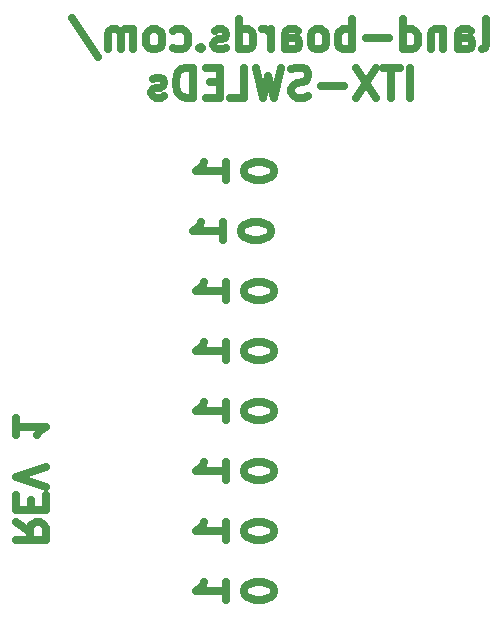
<source format=gbo>
G04 #@! TF.GenerationSoftware,KiCad,Pcbnew,(6.0.1)*
G04 #@! TF.CreationDate,2022-08-31T10:29:55-04:00*
G04 #@! TF.ProjectId,ITX-SWLEDs,4954582d-5357-44c4-9544-732e6b696361,1*
G04 #@! TF.SameCoordinates,Original*
G04 #@! TF.FileFunction,Legend,Bot*
G04 #@! TF.FilePolarity,Positive*
%FSLAX46Y46*%
G04 Gerber Fmt 4.6, Leading zero omitted, Abs format (unit mm)*
G04 Created by KiCad (PCBNEW (6.0.1)) date 2022-08-31 10:29:55*
%MOMM*%
%LPD*%
G01*
G04 APERTURE LIST*
%ADD10C,0.635000*%
G04 APERTURE END LIST*
D10*
X122294347Y-96229714D02*
X122294347Y-94778285D01*
X122294347Y-95504000D02*
X119754347Y-95504000D01*
X120117204Y-95262095D01*
X120359109Y-95020190D01*
X120480061Y-94778285D01*
X123843747Y-95383047D02*
X123843747Y-95624952D01*
X123964700Y-95866857D01*
X124085652Y-95987809D01*
X124327557Y-96108761D01*
X124811366Y-96229714D01*
X125416128Y-96229714D01*
X125899938Y-96108761D01*
X126141842Y-95987809D01*
X126262795Y-95866857D01*
X126383747Y-95624952D01*
X126383747Y-95383047D01*
X126262795Y-95141142D01*
X126141842Y-95020190D01*
X125899938Y-94899238D01*
X125416128Y-94778285D01*
X124811366Y-94778285D01*
X124327557Y-94899238D01*
X124085652Y-95020190D01*
X123964700Y-95141142D01*
X123843747Y-95383047D01*
X104514952Y-94787571D02*
X105724476Y-95634238D01*
X104514952Y-96239000D02*
X107054952Y-96239000D01*
X107054952Y-95271380D01*
X106934000Y-95029476D01*
X106813047Y-94908523D01*
X106571142Y-94787571D01*
X106208285Y-94787571D01*
X105966380Y-94908523D01*
X105845428Y-95029476D01*
X105724476Y-95271380D01*
X105724476Y-96239000D01*
X105845428Y-93699000D02*
X105845428Y-92852333D01*
X104514952Y-92489476D02*
X104514952Y-93699000D01*
X107054952Y-93699000D01*
X107054952Y-92489476D01*
X107054952Y-91763761D02*
X104514952Y-90917095D01*
X107054952Y-90070428D01*
X104514952Y-85958047D02*
X104514952Y-87409476D01*
X104514952Y-86683761D02*
X107054952Y-86683761D01*
X106692095Y-86925666D01*
X106450190Y-87167571D01*
X106329238Y-87409476D01*
X122294347Y-91149714D02*
X122294347Y-89698285D01*
X122294347Y-90424000D02*
X119754347Y-90424000D01*
X120117204Y-90182095D01*
X120359109Y-89940190D01*
X120480061Y-89698285D01*
X123843747Y-90303047D02*
X123843747Y-90544952D01*
X123964700Y-90786857D01*
X124085652Y-90907809D01*
X124327557Y-91028761D01*
X124811366Y-91149714D01*
X125416128Y-91149714D01*
X125899938Y-91028761D01*
X126141842Y-90907809D01*
X126262795Y-90786857D01*
X126383747Y-90544952D01*
X126383747Y-90303047D01*
X126262795Y-90061142D01*
X126141842Y-89940190D01*
X125899938Y-89819238D01*
X125416128Y-89698285D01*
X124811366Y-89698285D01*
X124327557Y-89819238D01*
X124085652Y-89940190D01*
X123964700Y-90061142D01*
X123843747Y-90303047D01*
X122294347Y-65749714D02*
X122294347Y-64298285D01*
X122294347Y-65024000D02*
X119754347Y-65024000D01*
X120117204Y-64782095D01*
X120359109Y-64540190D01*
X120480061Y-64298285D01*
X123843747Y-64903047D02*
X123843747Y-65144952D01*
X123964700Y-65386857D01*
X124085652Y-65507809D01*
X124327557Y-65628761D01*
X124811366Y-65749714D01*
X125416128Y-65749714D01*
X125899938Y-65628761D01*
X126141842Y-65507809D01*
X126262795Y-65386857D01*
X126383747Y-65144952D01*
X126383747Y-64903047D01*
X126262795Y-64661142D01*
X126141842Y-64540190D01*
X125899938Y-64419238D01*
X125416128Y-64298285D01*
X124811366Y-64298285D01*
X124327557Y-64419238D01*
X124085652Y-64540190D01*
X123964700Y-64661142D01*
X123843747Y-64903047D01*
X122294347Y-86069714D02*
X122294347Y-84618285D01*
X122294347Y-85344000D02*
X119754347Y-85344000D01*
X120117204Y-85102095D01*
X120359109Y-84860190D01*
X120480061Y-84618285D01*
X123843747Y-85223047D02*
X123843747Y-85464952D01*
X123964700Y-85706857D01*
X124085652Y-85827809D01*
X124327557Y-85948761D01*
X124811366Y-86069714D01*
X125416128Y-86069714D01*
X125899938Y-85948761D01*
X126141842Y-85827809D01*
X126262795Y-85706857D01*
X126383747Y-85464952D01*
X126383747Y-85223047D01*
X126262795Y-84981142D01*
X126141842Y-84860190D01*
X125899938Y-84739238D01*
X125416128Y-84618285D01*
X124811366Y-84618285D01*
X124327557Y-84739238D01*
X124085652Y-84860190D01*
X123964700Y-84981142D01*
X123843747Y-85223047D01*
X122294347Y-101309714D02*
X122294347Y-99858285D01*
X122294347Y-100584000D02*
X119754347Y-100584000D01*
X120117204Y-100342095D01*
X120359109Y-100100190D01*
X120480061Y-99858285D01*
X123843747Y-100463047D02*
X123843747Y-100704952D01*
X123964700Y-100946857D01*
X124085652Y-101067809D01*
X124327557Y-101188761D01*
X124811366Y-101309714D01*
X125416128Y-101309714D01*
X125899938Y-101188761D01*
X126141842Y-101067809D01*
X126262795Y-100946857D01*
X126383747Y-100704952D01*
X126383747Y-100463047D01*
X126262795Y-100221142D01*
X126141842Y-100100190D01*
X125899938Y-99979238D01*
X125416128Y-99858285D01*
X124811366Y-99858285D01*
X124327557Y-99979238D01*
X124085652Y-100100190D01*
X123964700Y-100221142D01*
X123843747Y-100463047D01*
X122294347Y-80989714D02*
X122294347Y-79538285D01*
X122294347Y-80264000D02*
X119754347Y-80264000D01*
X120117204Y-80022095D01*
X120359109Y-79780190D01*
X120480061Y-79538285D01*
X123843747Y-80143047D02*
X123843747Y-80384952D01*
X123964700Y-80626857D01*
X124085652Y-80747809D01*
X124327557Y-80868761D01*
X124811366Y-80989714D01*
X125416128Y-80989714D01*
X125899938Y-80868761D01*
X126141842Y-80747809D01*
X126262795Y-80626857D01*
X126383747Y-80384952D01*
X126383747Y-80143047D01*
X126262795Y-79901142D01*
X126141842Y-79780190D01*
X125899938Y-79659238D01*
X125416128Y-79538285D01*
X124811366Y-79538285D01*
X124327557Y-79659238D01*
X124085652Y-79780190D01*
X123964700Y-79901142D01*
X123843747Y-80143047D01*
X122294347Y-75909714D02*
X122294347Y-74458285D01*
X122294347Y-75184000D02*
X119754347Y-75184000D01*
X120117204Y-74942095D01*
X120359109Y-74700190D01*
X120480061Y-74458285D01*
X123843747Y-75063047D02*
X123843747Y-75304952D01*
X123964700Y-75546857D01*
X124085652Y-75667809D01*
X124327557Y-75788761D01*
X124811366Y-75909714D01*
X125416128Y-75909714D01*
X125899938Y-75788761D01*
X126141842Y-75667809D01*
X126262795Y-75546857D01*
X126383747Y-75304952D01*
X126383747Y-75063047D01*
X126262795Y-74821142D01*
X126141842Y-74700190D01*
X125899938Y-74579238D01*
X125416128Y-74458285D01*
X124811366Y-74458285D01*
X124327557Y-74579238D01*
X124085652Y-74700190D01*
X123964700Y-74821142D01*
X123843747Y-75063047D01*
X122040347Y-70829714D02*
X122040347Y-69378285D01*
X122040347Y-70104000D02*
X119500347Y-70104000D01*
X119863204Y-69862095D01*
X120105109Y-69620190D01*
X120226061Y-69378285D01*
X123589747Y-69983047D02*
X123589747Y-70224952D01*
X123710700Y-70466857D01*
X123831652Y-70587809D01*
X124073557Y-70708761D01*
X124557366Y-70829714D01*
X125162128Y-70829714D01*
X125645938Y-70708761D01*
X125887842Y-70587809D01*
X126008795Y-70466857D01*
X126129747Y-70224952D01*
X126129747Y-69983047D01*
X126008795Y-69741142D01*
X125887842Y-69620190D01*
X125645938Y-69499238D01*
X125162128Y-69378285D01*
X124557366Y-69378285D01*
X124073557Y-69499238D01*
X123831652Y-69620190D01*
X123710700Y-69741142D01*
X123589747Y-69983047D01*
X143993809Y-54730347D02*
X144235714Y-54609395D01*
X144356666Y-54367490D01*
X144356666Y-52190347D01*
X141937619Y-54730347D02*
X141937619Y-53399871D01*
X142058571Y-53157966D01*
X142300476Y-53037014D01*
X142784285Y-53037014D01*
X143026190Y-53157966D01*
X141937619Y-54609395D02*
X142179523Y-54730347D01*
X142784285Y-54730347D01*
X143026190Y-54609395D01*
X143147142Y-54367490D01*
X143147142Y-54125585D01*
X143026190Y-53883680D01*
X142784285Y-53762728D01*
X142179523Y-53762728D01*
X141937619Y-53641776D01*
X140728095Y-53037014D02*
X140728095Y-54730347D01*
X140728095Y-53278919D02*
X140607142Y-53157966D01*
X140365238Y-53037014D01*
X140002380Y-53037014D01*
X139760476Y-53157966D01*
X139639523Y-53399871D01*
X139639523Y-54730347D01*
X137341428Y-54730347D02*
X137341428Y-52190347D01*
X137341428Y-54609395D02*
X137583333Y-54730347D01*
X138067142Y-54730347D01*
X138309047Y-54609395D01*
X138430000Y-54488442D01*
X138550952Y-54246538D01*
X138550952Y-53520823D01*
X138430000Y-53278919D01*
X138309047Y-53157966D01*
X138067142Y-53037014D01*
X137583333Y-53037014D01*
X137341428Y-53157966D01*
X136131904Y-53762728D02*
X134196666Y-53762728D01*
X132987142Y-54730347D02*
X132987142Y-52190347D01*
X132987142Y-53157966D02*
X132745238Y-53037014D01*
X132261428Y-53037014D01*
X132019523Y-53157966D01*
X131898571Y-53278919D01*
X131777619Y-53520823D01*
X131777619Y-54246538D01*
X131898571Y-54488442D01*
X132019523Y-54609395D01*
X132261428Y-54730347D01*
X132745238Y-54730347D01*
X132987142Y-54609395D01*
X130326190Y-54730347D02*
X130568095Y-54609395D01*
X130689047Y-54488442D01*
X130810000Y-54246538D01*
X130810000Y-53520823D01*
X130689047Y-53278919D01*
X130568095Y-53157966D01*
X130326190Y-53037014D01*
X129963333Y-53037014D01*
X129721428Y-53157966D01*
X129600476Y-53278919D01*
X129479523Y-53520823D01*
X129479523Y-54246538D01*
X129600476Y-54488442D01*
X129721428Y-54609395D01*
X129963333Y-54730347D01*
X130326190Y-54730347D01*
X127302380Y-54730347D02*
X127302380Y-53399871D01*
X127423333Y-53157966D01*
X127665238Y-53037014D01*
X128149047Y-53037014D01*
X128390952Y-53157966D01*
X127302380Y-54609395D02*
X127544285Y-54730347D01*
X128149047Y-54730347D01*
X128390952Y-54609395D01*
X128511904Y-54367490D01*
X128511904Y-54125585D01*
X128390952Y-53883680D01*
X128149047Y-53762728D01*
X127544285Y-53762728D01*
X127302380Y-53641776D01*
X126092857Y-54730347D02*
X126092857Y-53037014D01*
X126092857Y-53520823D02*
X125971904Y-53278919D01*
X125850952Y-53157966D01*
X125609047Y-53037014D01*
X125367142Y-53037014D01*
X123431904Y-54730347D02*
X123431904Y-52190347D01*
X123431904Y-54609395D02*
X123673809Y-54730347D01*
X124157619Y-54730347D01*
X124399523Y-54609395D01*
X124520476Y-54488442D01*
X124641428Y-54246538D01*
X124641428Y-53520823D01*
X124520476Y-53278919D01*
X124399523Y-53157966D01*
X124157619Y-53037014D01*
X123673809Y-53037014D01*
X123431904Y-53157966D01*
X122343333Y-54609395D02*
X122101428Y-54730347D01*
X121617619Y-54730347D01*
X121375714Y-54609395D01*
X121254761Y-54367490D01*
X121254761Y-54246538D01*
X121375714Y-54004633D01*
X121617619Y-53883680D01*
X121980476Y-53883680D01*
X122222380Y-53762728D01*
X122343333Y-53520823D01*
X122343333Y-53399871D01*
X122222380Y-53157966D01*
X121980476Y-53037014D01*
X121617619Y-53037014D01*
X121375714Y-53157966D01*
X120166190Y-54488442D02*
X120045238Y-54609395D01*
X120166190Y-54730347D01*
X120287142Y-54609395D01*
X120166190Y-54488442D01*
X120166190Y-54730347D01*
X117868095Y-54609395D02*
X118110000Y-54730347D01*
X118593809Y-54730347D01*
X118835714Y-54609395D01*
X118956666Y-54488442D01*
X119077619Y-54246538D01*
X119077619Y-53520823D01*
X118956666Y-53278919D01*
X118835714Y-53157966D01*
X118593809Y-53037014D01*
X118110000Y-53037014D01*
X117868095Y-53157966D01*
X116416666Y-54730347D02*
X116658571Y-54609395D01*
X116779523Y-54488442D01*
X116900476Y-54246538D01*
X116900476Y-53520823D01*
X116779523Y-53278919D01*
X116658571Y-53157966D01*
X116416666Y-53037014D01*
X116053809Y-53037014D01*
X115811904Y-53157966D01*
X115690952Y-53278919D01*
X115570000Y-53520823D01*
X115570000Y-54246538D01*
X115690952Y-54488442D01*
X115811904Y-54609395D01*
X116053809Y-54730347D01*
X116416666Y-54730347D01*
X114481428Y-54730347D02*
X114481428Y-53037014D01*
X114481428Y-53278919D02*
X114360476Y-53157966D01*
X114118571Y-53037014D01*
X113755714Y-53037014D01*
X113513809Y-53157966D01*
X113392857Y-53399871D01*
X113392857Y-54730347D01*
X113392857Y-53399871D02*
X113271904Y-53157966D01*
X113030000Y-53037014D01*
X112667142Y-53037014D01*
X112425238Y-53157966D01*
X112304285Y-53399871D01*
X112304285Y-54730347D01*
X109280476Y-52069395D02*
X111457619Y-55335109D01*
X137885714Y-58819747D02*
X137885714Y-56279747D01*
X137039047Y-56279747D02*
X135587619Y-56279747D01*
X136313333Y-58819747D02*
X136313333Y-56279747D01*
X134982857Y-56279747D02*
X133289523Y-58819747D01*
X133289523Y-56279747D02*
X134982857Y-58819747D01*
X132321904Y-57852128D02*
X130386666Y-57852128D01*
X129298095Y-58698795D02*
X128935238Y-58819747D01*
X128330476Y-58819747D01*
X128088571Y-58698795D01*
X127967619Y-58577842D01*
X127846666Y-58335938D01*
X127846666Y-58094033D01*
X127967619Y-57852128D01*
X128088571Y-57731176D01*
X128330476Y-57610223D01*
X128814285Y-57489271D01*
X129056190Y-57368319D01*
X129177142Y-57247366D01*
X129298095Y-57005461D01*
X129298095Y-56763557D01*
X129177142Y-56521652D01*
X129056190Y-56400700D01*
X128814285Y-56279747D01*
X128209523Y-56279747D01*
X127846666Y-56400700D01*
X127000000Y-56279747D02*
X126395238Y-58819747D01*
X125911428Y-57005461D01*
X125427619Y-58819747D01*
X124822857Y-56279747D01*
X122645714Y-58819747D02*
X123855238Y-58819747D01*
X123855238Y-56279747D01*
X121799047Y-57489271D02*
X120952380Y-57489271D01*
X120589523Y-58819747D02*
X121799047Y-58819747D01*
X121799047Y-56279747D01*
X120589523Y-56279747D01*
X119500952Y-58819747D02*
X119500952Y-56279747D01*
X118896190Y-56279747D01*
X118533333Y-56400700D01*
X118291428Y-56642604D01*
X118170476Y-56884509D01*
X118049523Y-57368319D01*
X118049523Y-57731176D01*
X118170476Y-58214985D01*
X118291428Y-58456890D01*
X118533333Y-58698795D01*
X118896190Y-58819747D01*
X119500952Y-58819747D01*
X117081904Y-58698795D02*
X116840000Y-58819747D01*
X116356190Y-58819747D01*
X116114285Y-58698795D01*
X115993333Y-58456890D01*
X115993333Y-58335938D01*
X116114285Y-58094033D01*
X116356190Y-57973080D01*
X116719047Y-57973080D01*
X116960952Y-57852128D01*
X117081904Y-57610223D01*
X117081904Y-57489271D01*
X116960952Y-57247366D01*
X116719047Y-57126414D01*
X116356190Y-57126414D01*
X116114285Y-57247366D01*
M02*

</source>
